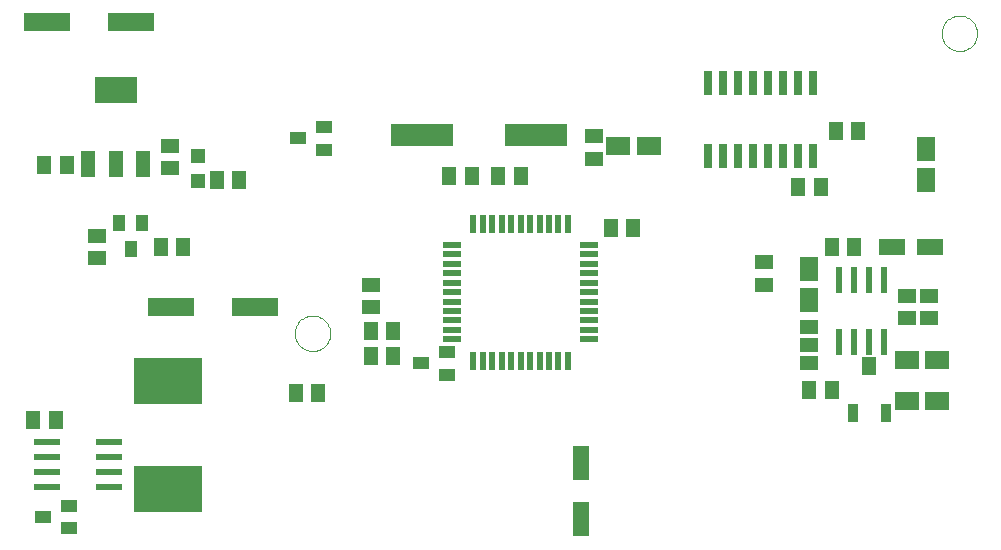
<source format=gtp>
G75*
G70*
%OFA0B0*%
%FSLAX24Y24*%
%IPPOS*%
%LPD*%
%AMOC8*
5,1,8,0,0,1.08239X$1,22.5*
%
%ADD10R,0.2100X0.0760*%
%ADD11R,0.0197X0.0591*%
%ADD12R,0.0591X0.0197*%
%ADD13R,0.0870X0.0240*%
%ADD14R,0.2299X0.1551*%
%ADD15R,0.0551X0.1181*%
%ADD16R,0.0512X0.0630*%
%ADD17R,0.0551X0.0394*%
%ADD18R,0.0394X0.0551*%
%ADD19R,0.1575X0.0630*%
%ADD20R,0.0512X0.0591*%
%ADD21R,0.0591X0.0512*%
%ADD22R,0.0260X0.0800*%
%ADD23R,0.0480X0.0880*%
%ADD24R,0.1417X0.0866*%
%ADD25R,0.0630X0.0512*%
%ADD26R,0.0472X0.0472*%
%ADD27R,0.0787X0.0591*%
%ADD28R,0.0236X0.0866*%
%ADD29R,0.0354X0.0630*%
%ADD30R,0.0866X0.0551*%
%ADD31R,0.0591X0.0787*%
%ADD32C,0.0000*%
%ADD33R,0.0630X0.0460*%
D10*
X014159Y013845D03*
X017959Y013845D03*
D11*
X018064Y010879D03*
X018379Y010879D03*
X018694Y010879D03*
X019009Y010879D03*
X017749Y010879D03*
X017434Y010879D03*
X017119Y010879D03*
X016804Y010879D03*
X016489Y010879D03*
X016174Y010879D03*
X015859Y010879D03*
X015859Y006312D03*
X016174Y006312D03*
X016489Y006312D03*
X016804Y006312D03*
X017119Y006312D03*
X017434Y006312D03*
X017749Y006312D03*
X018064Y006312D03*
X018379Y006312D03*
X018694Y006312D03*
X019009Y006312D03*
D12*
X019717Y007021D03*
X019717Y007336D03*
X019717Y007651D03*
X019717Y007966D03*
X019717Y008281D03*
X019717Y008595D03*
X019717Y008910D03*
X019717Y009225D03*
X019717Y009540D03*
X019717Y009855D03*
X019717Y010170D03*
X015150Y010170D03*
X015150Y009855D03*
X015150Y009540D03*
X015150Y009225D03*
X015150Y008910D03*
X015150Y008595D03*
X015150Y008281D03*
X015150Y007966D03*
X015150Y007651D03*
X015150Y007336D03*
X015150Y007021D03*
D13*
X003714Y003595D03*
X003714Y003095D03*
X003714Y002595D03*
X003714Y002095D03*
X001654Y002095D03*
X001654Y002595D03*
X001654Y003095D03*
X001654Y003595D03*
D14*
X005684Y002044D03*
X005684Y005647D03*
D15*
X019434Y002915D03*
X019434Y001026D03*
D16*
X027060Y005345D03*
X027808Y005345D03*
X029059Y006133D03*
X021183Y010720D03*
X020435Y010720D03*
X013183Y007283D03*
X012435Y007283D03*
X012435Y006470D03*
X013183Y006470D03*
X010683Y005220D03*
X009935Y005220D03*
X006183Y010095D03*
X005435Y010095D03*
X007310Y012345D03*
X008058Y012345D03*
X027935Y013970D03*
X028683Y013970D03*
D17*
X001501Y001095D03*
X002367Y000721D03*
X002367Y001469D03*
X014126Y006220D03*
X014992Y005846D03*
X014992Y006594D03*
X010867Y013346D03*
X010001Y013720D03*
X010867Y014094D03*
D18*
X004808Y010904D03*
X004060Y010904D03*
X004434Y010037D03*
D19*
X005786Y008095D03*
X008582Y008095D03*
X004457Y017595D03*
X001661Y017595D03*
D20*
X001560Y012845D03*
X002308Y012845D03*
X001933Y004345D03*
X001185Y004345D03*
X015060Y012470D03*
X015808Y012470D03*
X016685Y012470D03*
X017433Y012470D03*
X026685Y012095D03*
X027433Y012095D03*
X027810Y010095D03*
X028558Y010095D03*
D21*
X031059Y008469D03*
X031059Y007721D03*
X025559Y008846D03*
X025559Y009594D03*
X019871Y013034D03*
X019871Y013782D03*
X005746Y013469D03*
X005746Y012721D03*
D22*
X023684Y013135D03*
X024184Y013135D03*
X024684Y013135D03*
X025184Y013135D03*
X025684Y013135D03*
X026184Y013135D03*
X026684Y013135D03*
X027184Y013135D03*
X027184Y015555D03*
X026684Y015555D03*
X026184Y015555D03*
X025684Y015555D03*
X025184Y015555D03*
X024684Y015555D03*
X024184Y015555D03*
X023684Y015555D03*
D23*
X004844Y012875D03*
X003934Y012875D03*
X003024Y012875D03*
D24*
X003934Y015316D03*
D25*
X003309Y010469D03*
X003309Y009721D03*
X012434Y008844D03*
X012434Y008096D03*
X030309Y008469D03*
X030309Y007721D03*
D26*
X006684Y012307D03*
X006684Y013134D03*
D27*
X020672Y013470D03*
X021696Y013470D03*
X030297Y006345D03*
X031321Y006345D03*
X031321Y004970D03*
X030297Y004970D03*
D28*
X029559Y006947D03*
X029059Y006947D03*
X028559Y006947D03*
X028059Y006947D03*
X028059Y008994D03*
X028559Y008994D03*
X029059Y008994D03*
X029559Y008994D03*
D29*
X029610Y004558D03*
X028508Y004558D03*
D30*
X029804Y010095D03*
X031064Y010095D03*
D31*
X030934Y012334D03*
X030934Y013357D03*
X027059Y009357D03*
X027059Y008334D03*
D32*
X031468Y017220D02*
X031470Y017268D01*
X031476Y017316D01*
X031486Y017363D01*
X031499Y017409D01*
X031517Y017454D01*
X031537Y017498D01*
X031562Y017540D01*
X031590Y017579D01*
X031620Y017616D01*
X031654Y017650D01*
X031691Y017682D01*
X031729Y017711D01*
X031770Y017736D01*
X031813Y017758D01*
X031858Y017776D01*
X031904Y017790D01*
X031951Y017801D01*
X031999Y017808D01*
X032047Y017811D01*
X032095Y017810D01*
X032143Y017805D01*
X032191Y017796D01*
X032237Y017784D01*
X032282Y017767D01*
X032326Y017747D01*
X032368Y017724D01*
X032408Y017697D01*
X032446Y017667D01*
X032481Y017634D01*
X032513Y017598D01*
X032543Y017560D01*
X032569Y017519D01*
X032591Y017476D01*
X032611Y017432D01*
X032626Y017387D01*
X032638Y017340D01*
X032646Y017292D01*
X032650Y017244D01*
X032650Y017196D01*
X032646Y017148D01*
X032638Y017100D01*
X032626Y017053D01*
X032611Y017008D01*
X032591Y016964D01*
X032569Y016921D01*
X032543Y016880D01*
X032513Y016842D01*
X032481Y016806D01*
X032446Y016773D01*
X032408Y016743D01*
X032368Y016716D01*
X032326Y016693D01*
X032282Y016673D01*
X032237Y016656D01*
X032191Y016644D01*
X032143Y016635D01*
X032095Y016630D01*
X032047Y016629D01*
X031999Y016632D01*
X031951Y016639D01*
X031904Y016650D01*
X031858Y016664D01*
X031813Y016682D01*
X031770Y016704D01*
X031729Y016729D01*
X031691Y016758D01*
X031654Y016790D01*
X031620Y016824D01*
X031590Y016861D01*
X031562Y016900D01*
X031537Y016942D01*
X031517Y016986D01*
X031499Y017031D01*
X031486Y017077D01*
X031476Y017124D01*
X031470Y017172D01*
X031468Y017220D01*
X009905Y007220D02*
X009907Y007268D01*
X009913Y007316D01*
X009923Y007363D01*
X009936Y007409D01*
X009954Y007454D01*
X009974Y007498D01*
X009999Y007540D01*
X010027Y007579D01*
X010057Y007616D01*
X010091Y007650D01*
X010128Y007682D01*
X010166Y007711D01*
X010207Y007736D01*
X010250Y007758D01*
X010295Y007776D01*
X010341Y007790D01*
X010388Y007801D01*
X010436Y007808D01*
X010484Y007811D01*
X010532Y007810D01*
X010580Y007805D01*
X010628Y007796D01*
X010674Y007784D01*
X010719Y007767D01*
X010763Y007747D01*
X010805Y007724D01*
X010845Y007697D01*
X010883Y007667D01*
X010918Y007634D01*
X010950Y007598D01*
X010980Y007560D01*
X011006Y007519D01*
X011028Y007476D01*
X011048Y007432D01*
X011063Y007387D01*
X011075Y007340D01*
X011083Y007292D01*
X011087Y007244D01*
X011087Y007196D01*
X011083Y007148D01*
X011075Y007100D01*
X011063Y007053D01*
X011048Y007008D01*
X011028Y006964D01*
X011006Y006921D01*
X010980Y006880D01*
X010950Y006842D01*
X010918Y006806D01*
X010883Y006773D01*
X010845Y006743D01*
X010805Y006716D01*
X010763Y006693D01*
X010719Y006673D01*
X010674Y006656D01*
X010628Y006644D01*
X010580Y006635D01*
X010532Y006630D01*
X010484Y006629D01*
X010436Y006632D01*
X010388Y006639D01*
X010341Y006650D01*
X010295Y006664D01*
X010250Y006682D01*
X010207Y006704D01*
X010166Y006729D01*
X010128Y006758D01*
X010091Y006790D01*
X010057Y006824D01*
X010027Y006861D01*
X009999Y006900D01*
X009974Y006942D01*
X009954Y006986D01*
X009936Y007031D01*
X009923Y007077D01*
X009913Y007124D01*
X009907Y007172D01*
X009905Y007220D01*
D33*
X027059Y007445D03*
X027059Y006845D03*
X027059Y006245D03*
M02*

</source>
